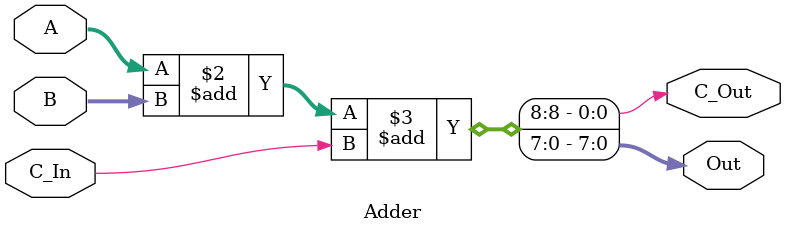
<source format=v>
module Adder (
    input [7:0] A,
    input [7:0] B,
    input C_In,
    output reg [7:0] Out,
    output reg C_Out
    );

always @(*) begin
    {C_Out, Out} = A + B + C_In;
end


endmodule

</source>
